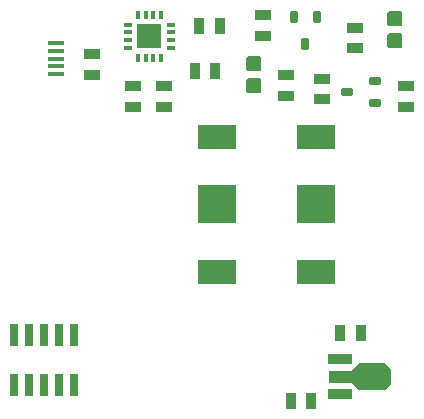
<source format=gtp>
G04 Layer_Color=8421504*
%FSLAX25Y25*%
%MOIN*%
G70*
G01*
G75*
G04:AMPARAMS|DCode=10|XSize=23.62mil|YSize=39.37mil|CornerRadius=2.95mil|HoleSize=0mil|Usage=FLASHONLY|Rotation=180.000|XOffset=0mil|YOffset=0mil|HoleType=Round|Shape=RoundedRectangle|*
%AMROUNDEDRECTD10*
21,1,0.02362,0.03347,0,0,180.0*
21,1,0.01772,0.03937,0,0,180.0*
1,1,0.00591,-0.00886,0.01673*
1,1,0.00591,0.00886,0.01673*
1,1,0.00591,0.00886,-0.01673*
1,1,0.00591,-0.00886,-0.01673*
%
%ADD10ROUNDEDRECTD10*%
%ADD11R,0.12598X0.12598*%
%ADD12R,0.12598X0.07874*%
%ADD13R,0.05512X0.03347*%
G04:AMPARAMS|DCode=14|XSize=23.62mil|YSize=39.37mil|CornerRadius=2.95mil|HoleSize=0mil|Usage=FLASHONLY|Rotation=90.000|XOffset=0mil|YOffset=0mil|HoleType=Round|Shape=RoundedRectangle|*
%AMROUNDEDRECTD14*
21,1,0.02362,0.03347,0,0,90.0*
21,1,0.01772,0.03937,0,0,90.0*
1,1,0.00591,0.01673,0.00886*
1,1,0.00591,0.01673,-0.00886*
1,1,0.00591,-0.01673,-0.00886*
1,1,0.00591,-0.01673,0.00886*
%
%ADD14ROUNDEDRECTD14*%
%ADD15R,0.02913X0.07283*%
%ADD16R,0.08465X0.08465*%
%ADD17R,0.01181X0.02953*%
%ADD18R,0.02953X0.01181*%
G04:AMPARAMS|DCode=19|XSize=11.81mil|YSize=29.53mil|CornerRadius=2.95mil|HoleSize=0mil|Usage=FLASHONLY|Rotation=90.000|XOffset=0mil|YOffset=0mil|HoleType=Round|Shape=RoundedRectangle|*
%AMROUNDEDRECTD19*
21,1,0.01181,0.02362,0,0,90.0*
21,1,0.00591,0.02953,0,0,90.0*
1,1,0.00591,0.01181,0.00295*
1,1,0.00591,0.01181,-0.00295*
1,1,0.00591,-0.01181,-0.00295*
1,1,0.00591,-0.01181,0.00295*
%
%ADD19ROUNDEDRECTD19*%
G04:AMPARAMS|DCode=20|XSize=78.74mil|YSize=35.43mil|CornerRadius=0.18mil|HoleSize=0mil|Usage=FLASHONLY|Rotation=0.000|XOffset=0mil|YOffset=0mil|HoleType=Round|Shape=RoundedRectangle|*
%AMROUNDEDRECTD20*
21,1,0.07874,0.03508,0,0,0.0*
21,1,0.07839,0.03543,0,0,0.0*
1,1,0.00035,0.03919,-0.01754*
1,1,0.00035,-0.03919,-0.01754*
1,1,0.00035,-0.03919,0.01754*
1,1,0.00035,0.03919,0.01754*
%
%ADD20ROUNDEDRECTD20*%
G04:AMPARAMS|DCode=21|XSize=82.68mil|YSize=39.37mil|CornerRadius=0.2mil|HoleSize=0mil|Usage=FLASHONLY|Rotation=0.000|XOffset=0mil|YOffset=0mil|HoleType=Round|Shape=RoundedRectangle|*
%AMROUNDEDRECTD21*
21,1,0.08268,0.03898,0,0,0.0*
21,1,0.08228,0.03937,0,0,0.0*
1,1,0.00039,0.04114,-0.01949*
1,1,0.00039,-0.04114,-0.01949*
1,1,0.00039,-0.04114,0.01949*
1,1,0.00039,0.04114,0.01949*
%
%ADD21ROUNDEDRECTD21*%
G04:AMPARAMS|DCode=22|XSize=118.11mil|YSize=88.58mil|CornerRadius=0mil|HoleSize=0mil|Usage=FLASHONLY|Rotation=0.000|XOffset=0mil|YOffset=0mil|HoleType=Round|Shape=Octagon|*
%AMOCTAGOND22*
4,1,8,0.05905,-0.02215,0.05905,0.02215,0.03691,0.04429,-0.03691,0.04429,-0.05905,0.02215,-0.05905,-0.02215,-0.03691,-0.04429,0.03691,-0.04429,0.05905,-0.02215,0.0*
%
%ADD22OCTAGOND22*%

G04:AMPARAMS|DCode=23|XSize=50mil|YSize=50mil|CornerRadius=6.25mil|HoleSize=0mil|Usage=FLASHONLY|Rotation=270.000|XOffset=0mil|YOffset=0mil|HoleType=Round|Shape=RoundedRectangle|*
%AMROUNDEDRECTD23*
21,1,0.05000,0.03750,0,0,270.0*
21,1,0.03750,0.05000,0,0,270.0*
1,1,0.01250,-0.01875,-0.01875*
1,1,0.01250,-0.01875,0.01875*
1,1,0.01250,0.01875,0.01875*
1,1,0.01250,0.01875,-0.01875*
%
%ADD23ROUNDEDRECTD23*%
%ADD24R,0.03347X0.05512*%
%ADD25R,0.05315X0.01772*%
G36*
X130433Y43461D02*
Y38539D01*
X128465Y36571D01*
X119902D01*
X117244Y39228D01*
Y42772D01*
X119902Y45429D01*
X128465D01*
X130433Y43461D01*
D02*
G37*
D10*
X105740Y161028D02*
D03*
X98260D02*
D03*
X102000Y151972D02*
D03*
D11*
X72500Y98500D02*
D03*
X105500D02*
D03*
D12*
X72500Y76059D02*
D03*
Y120941D02*
D03*
X105500D02*
D03*
Y76059D02*
D03*
D13*
X135500Y137945D02*
D03*
Y131055D02*
D03*
X107500Y140390D02*
D03*
Y133500D02*
D03*
X95500Y141445D02*
D03*
Y134555D02*
D03*
X118500Y150500D02*
D03*
Y157390D02*
D03*
X88000Y154555D02*
D03*
Y161445D02*
D03*
X55000Y137945D02*
D03*
Y131055D02*
D03*
X44500Y137945D02*
D03*
Y131055D02*
D03*
X31000Y141555D02*
D03*
Y148445D02*
D03*
D14*
X125028Y132260D02*
D03*
Y139740D02*
D03*
X115972Y136000D02*
D03*
D15*
X5000Y54850D02*
D03*
X10000D02*
D03*
X15000D02*
D03*
X20000D02*
D03*
X25000D02*
D03*
X5000Y38118D02*
D03*
X10000D02*
D03*
X15000D02*
D03*
X20000D02*
D03*
X25000D02*
D03*
D16*
X50000Y154500D02*
D03*
D17*
X46161Y161685D02*
D03*
X48720D02*
D03*
X51279D02*
D03*
X53839D02*
D03*
Y147315D02*
D03*
X51279D02*
D03*
X48720D02*
D03*
X46161D02*
D03*
D18*
X57185Y158339D02*
D03*
Y155780D02*
D03*
Y153220D02*
D03*
Y150661D02*
D03*
X42815D02*
D03*
Y153220D02*
D03*
Y155780D02*
D03*
D19*
Y158339D02*
D03*
D20*
X113504Y46905D02*
D03*
Y35094D02*
D03*
D21*
X113701Y41000D02*
D03*
D22*
X124528D02*
D03*
D23*
X132000Y160250D02*
D03*
Y152750D02*
D03*
X85000Y137750D02*
D03*
Y145250D02*
D03*
D24*
X66555Y158000D02*
D03*
X73445D02*
D03*
X71945Y143000D02*
D03*
X65055D02*
D03*
X113555Y55500D02*
D03*
X120445D02*
D03*
X103945Y33000D02*
D03*
X97055D02*
D03*
D25*
X19000Y141882D02*
D03*
Y144441D02*
D03*
Y152118D02*
D03*
Y149559D02*
D03*
Y147000D02*
D03*
M02*

</source>
